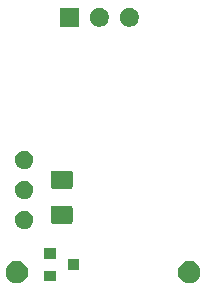
<source format=gbr>
G04 #@! TF.GenerationSoftware,KiCad,Pcbnew,(5.1.5)-1*
G04 #@! TF.CreationDate,2021-04-01T17:00:37+02:00*
G04 #@! TF.ProjectId,KonstantStromQuelle,4b6f6e73-7461-46e7-9453-74726f6d5175,rev?*
G04 #@! TF.SameCoordinates,Original*
G04 #@! TF.FileFunction,Soldermask,Bot*
G04 #@! TF.FilePolarity,Negative*
%FSLAX46Y46*%
G04 Gerber Fmt 4.6, Leading zero omitted, Abs format (unit mm)*
G04 Created by KiCad (PCBNEW (5.1.5)-1) date 2021-04-01 17:00:37*
%MOMM*%
%LPD*%
G04 APERTURE LIST*
%ADD10C,0.100000*%
G04 APERTURE END LIST*
D10*
G36*
X121562395Y-80365546D02*
G01*
X121735466Y-80437234D01*
X121735467Y-80437235D01*
X121891227Y-80541310D01*
X122023690Y-80673773D01*
X122023691Y-80673775D01*
X122127766Y-80829534D01*
X122199454Y-81002605D01*
X122236000Y-81186333D01*
X122236000Y-81373667D01*
X122199454Y-81557395D01*
X122127766Y-81730466D01*
X122127765Y-81730467D01*
X122023690Y-81886227D01*
X121891227Y-82018690D01*
X121850354Y-82046000D01*
X121735466Y-82122766D01*
X121562395Y-82194454D01*
X121378667Y-82231000D01*
X121191333Y-82231000D01*
X121007605Y-82194454D01*
X120834534Y-82122766D01*
X120719646Y-82046000D01*
X120678773Y-82018690D01*
X120546310Y-81886227D01*
X120442235Y-81730467D01*
X120442234Y-81730466D01*
X120370546Y-81557395D01*
X120334000Y-81373667D01*
X120334000Y-81186333D01*
X120370546Y-81002605D01*
X120442234Y-80829534D01*
X120546309Y-80673775D01*
X120546310Y-80673773D01*
X120678773Y-80541310D01*
X120834533Y-80437235D01*
X120834534Y-80437234D01*
X121007605Y-80365546D01*
X121191333Y-80329000D01*
X121378667Y-80329000D01*
X121562395Y-80365546D01*
G37*
G36*
X136167395Y-80365546D02*
G01*
X136340466Y-80437234D01*
X136340467Y-80437235D01*
X136496227Y-80541310D01*
X136628690Y-80673773D01*
X136628691Y-80673775D01*
X136732766Y-80829534D01*
X136804454Y-81002605D01*
X136841000Y-81186333D01*
X136841000Y-81373667D01*
X136804454Y-81557395D01*
X136732766Y-81730466D01*
X136732765Y-81730467D01*
X136628690Y-81886227D01*
X136496227Y-82018690D01*
X136455354Y-82046000D01*
X136340466Y-82122766D01*
X136167395Y-82194454D01*
X135983667Y-82231000D01*
X135796333Y-82231000D01*
X135612605Y-82194454D01*
X135439534Y-82122766D01*
X135324646Y-82046000D01*
X135283773Y-82018690D01*
X135151310Y-81886227D01*
X135047235Y-81730467D01*
X135047234Y-81730466D01*
X134975546Y-81557395D01*
X134939000Y-81373667D01*
X134939000Y-81186333D01*
X134975546Y-81002605D01*
X135047234Y-80829534D01*
X135151309Y-80673775D01*
X135151310Y-80673773D01*
X135283773Y-80541310D01*
X135439533Y-80437235D01*
X135439534Y-80437234D01*
X135612605Y-80365546D01*
X135796333Y-80329000D01*
X135983667Y-80329000D01*
X136167395Y-80365546D01*
G37*
G36*
X124596000Y-82046000D02*
G01*
X123594000Y-82046000D01*
X123594000Y-81144000D01*
X124596000Y-81144000D01*
X124596000Y-82046000D01*
G37*
G36*
X126596000Y-81096000D02*
G01*
X125594000Y-81096000D01*
X125594000Y-80194000D01*
X126596000Y-80194000D01*
X126596000Y-81096000D01*
G37*
G36*
X124596000Y-80146000D02*
G01*
X123594000Y-80146000D01*
X123594000Y-79244000D01*
X124596000Y-79244000D01*
X124596000Y-80146000D01*
G37*
G36*
X122045589Y-76073876D02*
G01*
X122144893Y-76093629D01*
X122285206Y-76151748D01*
X122411484Y-76236125D01*
X122518875Y-76343516D01*
X122603252Y-76469794D01*
X122661371Y-76610107D01*
X122691000Y-76759063D01*
X122691000Y-76910937D01*
X122661371Y-77059893D01*
X122603252Y-77200206D01*
X122518875Y-77326484D01*
X122411484Y-77433875D01*
X122285206Y-77518252D01*
X122144893Y-77576371D01*
X122045589Y-77596124D01*
X121995938Y-77606000D01*
X121844062Y-77606000D01*
X121794411Y-77596124D01*
X121695107Y-77576371D01*
X121554794Y-77518252D01*
X121428516Y-77433875D01*
X121321125Y-77326484D01*
X121236748Y-77200206D01*
X121178629Y-77059893D01*
X121149000Y-76910937D01*
X121149000Y-76759063D01*
X121178629Y-76610107D01*
X121236748Y-76469794D01*
X121321125Y-76343516D01*
X121428516Y-76236125D01*
X121554794Y-76151748D01*
X121695107Y-76093629D01*
X121794411Y-76073876D01*
X121844062Y-76064000D01*
X121995938Y-76064000D01*
X122045589Y-76073876D01*
G37*
G36*
X125870562Y-75658181D02*
G01*
X125905481Y-75668774D01*
X125937663Y-75685976D01*
X125965873Y-75709127D01*
X125989024Y-75737337D01*
X126006226Y-75769519D01*
X126016819Y-75804438D01*
X126021000Y-75846895D01*
X126021000Y-76988105D01*
X126016819Y-77030562D01*
X126006226Y-77065481D01*
X125989024Y-77097663D01*
X125965873Y-77125873D01*
X125937663Y-77149024D01*
X125905481Y-77166226D01*
X125870562Y-77176819D01*
X125828105Y-77181000D01*
X124361895Y-77181000D01*
X124319438Y-77176819D01*
X124284519Y-77166226D01*
X124252337Y-77149024D01*
X124224127Y-77125873D01*
X124200976Y-77097663D01*
X124183774Y-77065481D01*
X124173181Y-77030562D01*
X124169000Y-76988105D01*
X124169000Y-75846895D01*
X124173181Y-75804438D01*
X124183774Y-75769519D01*
X124200976Y-75737337D01*
X124224127Y-75709127D01*
X124252337Y-75685976D01*
X124284519Y-75668774D01*
X124319438Y-75658181D01*
X124361895Y-75654000D01*
X125828105Y-75654000D01*
X125870562Y-75658181D01*
G37*
G36*
X122045589Y-73533876D02*
G01*
X122144893Y-73553629D01*
X122285206Y-73611748D01*
X122411484Y-73696125D01*
X122518875Y-73803516D01*
X122603252Y-73929794D01*
X122661371Y-74070107D01*
X122691000Y-74219063D01*
X122691000Y-74370937D01*
X122661371Y-74519893D01*
X122603252Y-74660206D01*
X122518875Y-74786484D01*
X122411484Y-74893875D01*
X122285206Y-74978252D01*
X122144893Y-75036371D01*
X122045589Y-75056124D01*
X121995938Y-75066000D01*
X121844062Y-75066000D01*
X121794411Y-75056124D01*
X121695107Y-75036371D01*
X121554794Y-74978252D01*
X121428516Y-74893875D01*
X121321125Y-74786484D01*
X121236748Y-74660206D01*
X121178629Y-74519893D01*
X121149000Y-74370937D01*
X121149000Y-74219063D01*
X121178629Y-74070107D01*
X121236748Y-73929794D01*
X121321125Y-73803516D01*
X121428516Y-73696125D01*
X121554794Y-73611748D01*
X121695107Y-73553629D01*
X121794411Y-73533876D01*
X121844062Y-73524000D01*
X121995938Y-73524000D01*
X122045589Y-73533876D01*
G37*
G36*
X125870562Y-72683181D02*
G01*
X125905481Y-72693774D01*
X125937663Y-72710976D01*
X125965873Y-72734127D01*
X125989024Y-72762337D01*
X126006226Y-72794519D01*
X126016819Y-72829438D01*
X126021000Y-72871895D01*
X126021000Y-74013105D01*
X126016819Y-74055562D01*
X126006226Y-74090481D01*
X125989024Y-74122663D01*
X125965873Y-74150873D01*
X125937663Y-74174024D01*
X125905481Y-74191226D01*
X125870562Y-74201819D01*
X125828105Y-74206000D01*
X124361895Y-74206000D01*
X124319438Y-74201819D01*
X124284519Y-74191226D01*
X124252337Y-74174024D01*
X124224127Y-74150873D01*
X124200976Y-74122663D01*
X124183774Y-74090481D01*
X124173181Y-74055562D01*
X124169000Y-74013105D01*
X124169000Y-72871895D01*
X124173181Y-72829438D01*
X124183774Y-72794519D01*
X124200976Y-72762337D01*
X124224127Y-72734127D01*
X124252337Y-72710976D01*
X124284519Y-72693774D01*
X124319438Y-72683181D01*
X124361895Y-72679000D01*
X125828105Y-72679000D01*
X125870562Y-72683181D01*
G37*
G36*
X122045589Y-70993876D02*
G01*
X122144893Y-71013629D01*
X122285206Y-71071748D01*
X122411484Y-71156125D01*
X122518875Y-71263516D01*
X122603252Y-71389794D01*
X122661371Y-71530107D01*
X122691000Y-71679063D01*
X122691000Y-71830937D01*
X122661371Y-71979893D01*
X122603252Y-72120206D01*
X122518875Y-72246484D01*
X122411484Y-72353875D01*
X122285206Y-72438252D01*
X122144893Y-72496371D01*
X122045589Y-72516124D01*
X121995938Y-72526000D01*
X121844062Y-72526000D01*
X121794411Y-72516124D01*
X121695107Y-72496371D01*
X121554794Y-72438252D01*
X121428516Y-72353875D01*
X121321125Y-72246484D01*
X121236748Y-72120206D01*
X121178629Y-71979893D01*
X121149000Y-71830937D01*
X121149000Y-71679063D01*
X121178629Y-71530107D01*
X121236748Y-71389794D01*
X121321125Y-71263516D01*
X121428516Y-71156125D01*
X121554794Y-71071748D01*
X121695107Y-71013629D01*
X121794411Y-70993876D01*
X121844062Y-70984000D01*
X121995938Y-70984000D01*
X122045589Y-70993876D01*
G37*
G36*
X126531000Y-60491000D02*
G01*
X124929000Y-60491000D01*
X124929000Y-58889000D01*
X126531000Y-58889000D01*
X126531000Y-60491000D01*
G37*
G36*
X131043642Y-58919781D02*
G01*
X131189414Y-58980162D01*
X131189416Y-58980163D01*
X131320608Y-59067822D01*
X131432178Y-59179392D01*
X131519837Y-59310584D01*
X131519838Y-59310586D01*
X131580219Y-59456358D01*
X131611000Y-59611107D01*
X131611000Y-59768893D01*
X131580219Y-59923642D01*
X131519838Y-60069414D01*
X131519837Y-60069416D01*
X131432178Y-60200608D01*
X131320608Y-60312178D01*
X131189416Y-60399837D01*
X131189415Y-60399838D01*
X131189414Y-60399838D01*
X131043642Y-60460219D01*
X130888893Y-60491000D01*
X130731107Y-60491000D01*
X130576358Y-60460219D01*
X130430586Y-60399838D01*
X130430585Y-60399838D01*
X130430584Y-60399837D01*
X130299392Y-60312178D01*
X130187822Y-60200608D01*
X130100163Y-60069416D01*
X130100162Y-60069414D01*
X130039781Y-59923642D01*
X130009000Y-59768893D01*
X130009000Y-59611107D01*
X130039781Y-59456358D01*
X130100162Y-59310586D01*
X130100163Y-59310584D01*
X130187822Y-59179392D01*
X130299392Y-59067822D01*
X130430584Y-58980163D01*
X130430586Y-58980162D01*
X130576358Y-58919781D01*
X130731107Y-58889000D01*
X130888893Y-58889000D01*
X131043642Y-58919781D01*
G37*
G36*
X128503642Y-58919781D02*
G01*
X128649414Y-58980162D01*
X128649416Y-58980163D01*
X128780608Y-59067822D01*
X128892178Y-59179392D01*
X128979837Y-59310584D01*
X128979838Y-59310586D01*
X129040219Y-59456358D01*
X129071000Y-59611107D01*
X129071000Y-59768893D01*
X129040219Y-59923642D01*
X128979838Y-60069414D01*
X128979837Y-60069416D01*
X128892178Y-60200608D01*
X128780608Y-60312178D01*
X128649416Y-60399837D01*
X128649415Y-60399838D01*
X128649414Y-60399838D01*
X128503642Y-60460219D01*
X128348893Y-60491000D01*
X128191107Y-60491000D01*
X128036358Y-60460219D01*
X127890586Y-60399838D01*
X127890585Y-60399838D01*
X127890584Y-60399837D01*
X127759392Y-60312178D01*
X127647822Y-60200608D01*
X127560163Y-60069416D01*
X127560162Y-60069414D01*
X127499781Y-59923642D01*
X127469000Y-59768893D01*
X127469000Y-59611107D01*
X127499781Y-59456358D01*
X127560162Y-59310586D01*
X127560163Y-59310584D01*
X127647822Y-59179392D01*
X127759392Y-59067822D01*
X127890584Y-58980163D01*
X127890586Y-58980162D01*
X128036358Y-58919781D01*
X128191107Y-58889000D01*
X128348893Y-58889000D01*
X128503642Y-58919781D01*
G37*
M02*

</source>
